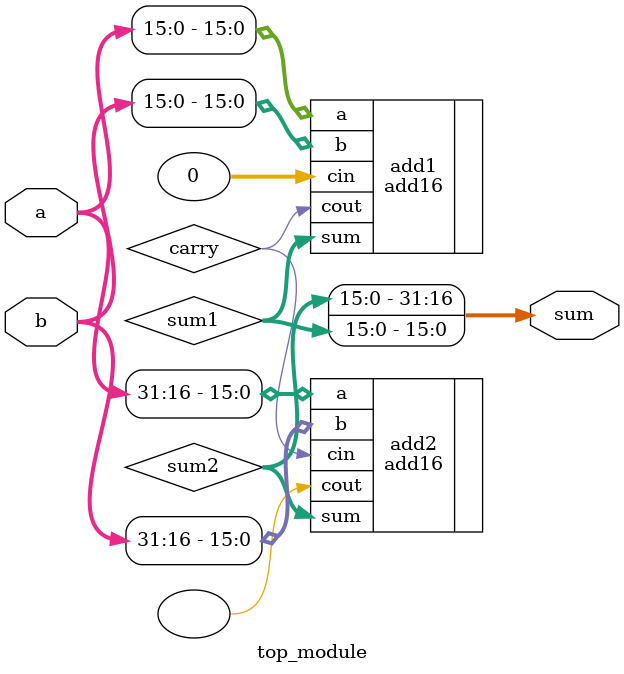
<source format=v>
module top_module(
    input [31:0] a,
    input [31:0] b,
    output [31:0] sum
);
    wire carry;
    wire [15:0] sum1, sum2;
    add16 add1(.cin(0), .a(a[15:0]), .b(b[15:0]), .cout(carry), .sum(sum1));
    add16 add2(.cin(carry), .a(a[31:16]), .b(b[31:16]), .cout(), .sum(sum2));
    assign sum = {sum2, sum1};
endmodule

</source>
